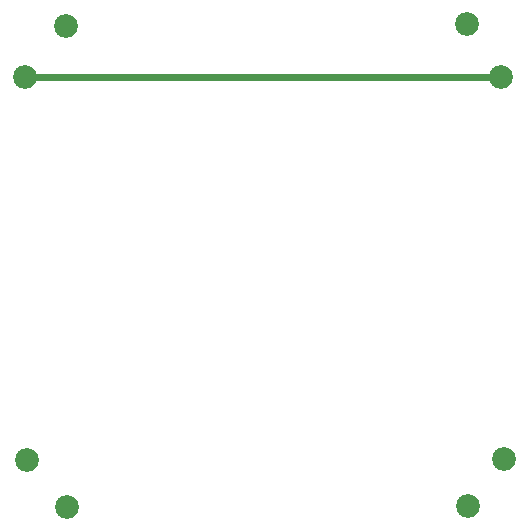
<source format=gbl>
G04 MADE WITH FRITZING*
G04 WWW.FRITZING.ORG*
G04 DOUBLE SIDED*
G04 HOLES PLATED*
G04 CONTOUR ON CENTER OF CONTOUR VECTOR*
%ASAXBY*%
%FSLAX23Y23*%
%MOIN*%
%OFA0B0*%
%SFA1.0B1.0*%
%ADD10C,0.079370*%
%ADD11C,0.024000*%
%LNCOPPER0*%
G90*
G70*
G54D10*
X1562Y1689D03*
X226Y78D03*
X1564Y83D03*
X95Y235D03*
X1685Y238D03*
X224Y1684D03*
X86Y1512D03*
X1675Y1514D03*
G54D11*
X116Y1512D02*
X1645Y1514D01*
G04 End of Copper0*
M02*
</source>
